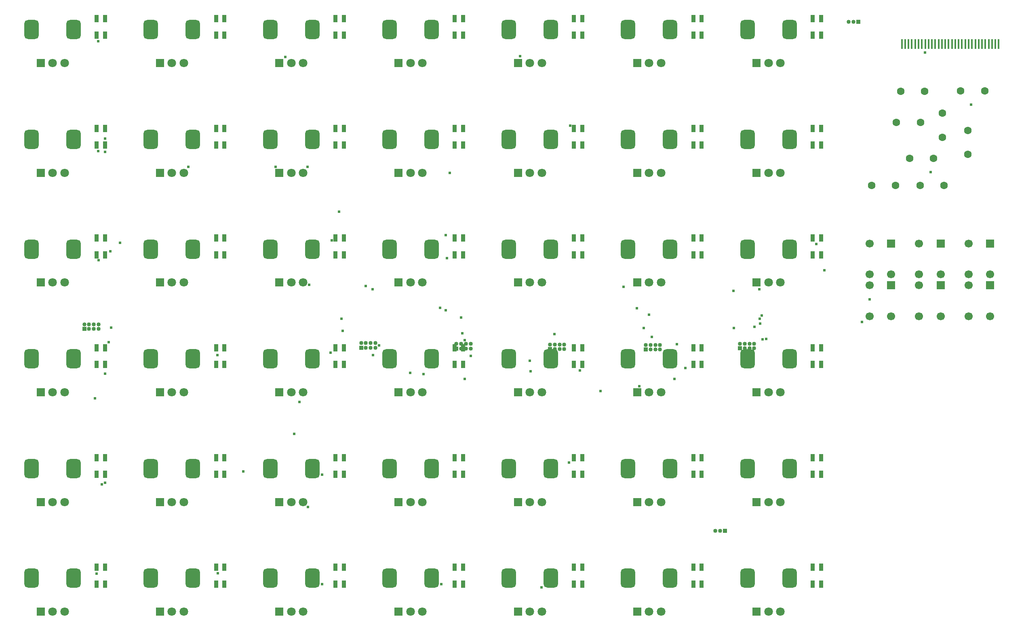
<source format=gts>
G04 Layer: TopSolderMaskLayer*
G04 EasyEDA Pro v2.2.35.2, 2025-01-22 11:24:46*
G04 Gerber Generator version 0.3*
G04 Scale: 100 percent, Rotated: No, Reflected: No*
G04 Dimensions in millimeters*
G04 Leading zeros omitted, absolute positions, 4 integers and 5 decimals*
%FSLAX45Y45*%
%MOMM*%
%AMRoundRect*1,1,$1,$2,$3*1,1,$1,$4,$5*1,1,$1,0-$2,0-$3*1,1,$1,0-$4,0-$5*20,1,$1,$2,$3,$4,$5,0*20,1,$1,$4,$5,0-$2,0-$3,0*20,1,$1,0-$2,0-$3,0-$4,0-$5,0*20,1,$1,0-$4,0-$5,$2,$3,0*4,1,4,$2,$3,$4,$5,0-$2,0-$3,0-$4,0-$5,$2,$3,0*%
%ADD10R,0.85X1.6*%
%ADD11R,1.8X1.8*%
%ADD12C,1.8*%
%ADD13RoundRect,1.5X-0.75X-1.25X-0.75X1.25*%
%ADD14R,0.4X2.0*%
%ADD15R,0.85X0.85*%
%ADD16C,0.85*%
%ADD17C,1.6024*%
%ADD18C,1.6*%
%ADD19C,1.7*%
%ADD20R,1.7X1.7*%
%ADD21R,0.85X0.85*%
%ADD22C,0.61*%
G75*


G04 Pad Start*
G54D10*
G01X10609000Y-5208200D03*
G01X10434000Y-5208200D03*
G01X10434000Y-5558200D03*
G01X10609000Y-5558200D03*
G54D11*
G01X14258500Y-8438200D03*
G54D12*
G01X14508500Y-8438200D03*
G01X14758500Y-8438200D03*
G54D13*
G01X14948500Y-7738200D03*
G01X14068500Y-7738200D03*
G54D11*
G01X19258500Y-10738200D03*
G54D12*
G01X19508500Y-10738200D03*
G01X19758500Y-10738200D03*
G54D13*
G01X19948500Y-10038200D03*
G01X19068500Y-10038200D03*
G54D14*
G01X22302200Y-3441700D03*
G01X22372200Y-3441700D03*
G01X22442200Y-3441700D03*
G01X22512200Y-3441700D03*
G01X22582200Y-3441700D03*
G01X22652200Y-3441700D03*
G01X22722200Y-3441700D03*
G01X22792200Y-3441700D03*
G01X22862200Y-3441700D03*
G01X22932200Y-3441700D03*
G01X23002200Y-3441700D03*
G01X23072200Y-3441700D03*
G01X23142200Y-3441700D03*
G01X23212200Y-3441700D03*
G01X23282200Y-3441700D03*
G01X23352200Y-3441700D03*
G01X23422200Y-3441700D03*
G01X23492200Y-3441700D03*
G01X23562200Y-3441700D03*
G01X23632200Y-3441700D03*
G01X23702200Y-3441700D03*
G01X23772200Y-3441700D03*
G01X23842200Y-3441700D03*
G01X23912200Y-3441700D03*
G01X23982200Y-3441700D03*
G01X24052200Y-3441700D03*
G01X24122200Y-3441700D03*
G01X24192200Y-3441700D03*
G01X24262200Y-3441700D03*
G01X24332200Y-3441700D03*
G54D10*
G01X15609000Y-2908200D03*
G01X15434000Y-2908200D03*
G01X15434000Y-3258200D03*
G01X15609000Y-3258200D03*
G54D11*
G01X9258500Y-3838200D03*
G54D12*
G01X9508500Y-3838200D03*
G01X9758500Y-3838200D03*
G54D13*
G01X9948500Y-3138200D03*
G01X9068500Y-3138200D03*
G54D11*
G01X11758500Y-10738200D03*
G54D12*
G01X12008500Y-10738200D03*
G01X12258500Y-10738200D03*
G54D13*
G01X12448500Y-10038200D03*
G01X11568500Y-10038200D03*
G54D10*
G01X8109000Y-2908200D03*
G01X7934000Y-2908200D03*
G01X7934000Y-3258200D03*
G01X8109000Y-3258200D03*
G54D11*
G01X6758500Y-3838200D03*
G54D12*
G01X7008500Y-3838200D03*
G01X7258500Y-3838200D03*
G54D13*
G01X7448500Y-3138200D03*
G01X6568500Y-3138200D03*
G54D10*
G01X8109000Y-7508200D03*
G01X7934000Y-7508200D03*
G01X7934000Y-7858200D03*
G01X8109000Y-7858200D03*
G01X20609000Y-2908200D03*
G01X20434000Y-2908200D03*
G01X20434000Y-3258200D03*
G01X20609000Y-3258200D03*
G54D11*
G01X4258500Y-3838200D03*
G54D12*
G01X4508500Y-3838200D03*
G01X4758500Y-3838200D03*
G54D13*
G01X4948500Y-3138200D03*
G01X4068500Y-3138200D03*
G54D10*
G01X8109000Y-14408200D03*
G01X7934000Y-14408200D03*
G01X7934000Y-14758200D03*
G01X8109000Y-14758200D03*
G54D15*
G01X10973500Y-9808433D03*
G54D16*
G01X10973500Y-9708433D03*
G01X11073500Y-9808433D03*
G01X11073500Y-9708433D03*
G01X11173500Y-9808433D03*
G01X11173500Y-9708433D03*
G01X11273500Y-9808433D03*
G01X11273500Y-9708433D03*
G54D10*
G01X18109000Y-7508200D03*
G01X17934000Y-7508200D03*
G01X17934000Y-7858200D03*
G01X18109000Y-7858200D03*
G01X5609000Y-12108200D03*
G01X5434000Y-12108200D03*
G01X5434000Y-12458200D03*
G01X5609000Y-12458200D03*
G01X15609000Y-9808200D03*
G01X15434000Y-9808200D03*
G01X15434000Y-10158200D03*
G01X15609000Y-10158200D03*
G54D11*
G01X11758500Y-8438200D03*
G54D12*
G01X12008500Y-8438200D03*
G01X12258500Y-8438200D03*
G54D13*
G01X12448500Y-7738200D03*
G01X11568500Y-7738200D03*
G54D11*
G01X16758500Y-15338200D03*
G54D12*
G01X17008500Y-15338200D03*
G01X17258500Y-15338200D03*
G54D13*
G01X17448500Y-14638200D03*
G01X16568500Y-14638200D03*
G54D10*
G01X18109000Y-14408200D03*
G01X17934000Y-14408200D03*
G01X17934000Y-14758200D03*
G01X18109000Y-14758200D03*
G54D11*
G01X16758500Y-13038200D03*
G54D12*
G01X17008500Y-13038200D03*
G01X17258500Y-13038200D03*
G54D13*
G01X17448500Y-12338200D03*
G01X16568500Y-12338200D03*
G54D10*
G01X18109000Y-9808200D03*
G01X17934000Y-9808200D03*
G01X17934000Y-10158200D03*
G01X18109000Y-10158200D03*
G54D11*
G01X4258500Y-15338200D03*
G54D12*
G01X4508500Y-15338200D03*
G01X4758500Y-15338200D03*
G54D13*
G01X4948500Y-14638200D03*
G01X4068500Y-14638200D03*
G54D18*
G01X22682200Y-6400800D03*
G01X23182200Y-6400800D03*
G54D11*
G01X4258500Y-8438200D03*
G54D12*
G01X4508500Y-8438200D03*
G01X4758500Y-8438200D03*
G54D13*
G01X4948500Y-7738200D03*
G01X4068500Y-7738200D03*
G54D10*
G01X5609000Y-7508200D03*
G01X5434000Y-7508200D03*
G01X5434000Y-7858200D03*
G01X5609000Y-7858200D03*
G01X15609000Y-12108200D03*
G01X15434000Y-12108200D03*
G01X15434000Y-12458200D03*
G01X15609000Y-12458200D03*
G01X13109000Y-2908200D03*
G01X12934000Y-2908200D03*
G01X12934000Y-3258200D03*
G01X13109000Y-3258200D03*
G54D18*
G01X23152100Y-5397500D03*
G01X23152100Y-4889500D03*
G54D11*
G01X6758500Y-13038200D03*
G54D12*
G01X7008500Y-13038200D03*
G01X7258500Y-13038200D03*
G54D13*
G01X7448500Y-12338200D03*
G01X6568500Y-12338200D03*
G54D10*
G01X10609000Y-7508200D03*
G01X10434000Y-7508200D03*
G01X10434000Y-7858200D03*
G01X10609000Y-7858200D03*
G54D11*
G01X16758500Y-3838200D03*
G54D12*
G01X17008500Y-3838200D03*
G01X17258500Y-3838200D03*
G54D13*
G01X17448500Y-3138200D03*
G01X16568500Y-3138200D03*
G54D10*
G01X20609000Y-14408200D03*
G01X20434000Y-14408200D03*
G01X20434000Y-14758200D03*
G01X20609000Y-14758200D03*
G54D19*
G01X24152500Y-9146200D03*
G54D20*
G01X24152500Y-8496200D03*
G54D19*
G01X23702500Y-8496200D03*
G01X23702500Y-9146200D03*
G54D10*
G01X20609000Y-7508200D03*
G01X20434000Y-7508200D03*
G01X20434000Y-7858200D03*
G01X20609000Y-7858200D03*
G54D15*
G01X14930500Y-9837200D03*
G54D16*
G01X14930500Y-9737200D03*
G01X15030500Y-9837200D03*
G01X15030500Y-9737200D03*
G01X15130500Y-9837200D03*
G01X15130500Y-9737200D03*
G01X15230500Y-9837200D03*
G01X15230500Y-9737200D03*
G54D11*
G01X9258500Y-10738200D03*
G54D12*
G01X9508500Y-10738200D03*
G01X9758500Y-10738200D03*
G54D13*
G01X9948500Y-10038200D03*
G01X9068500Y-10038200D03*
G54D10*
G01X20609000Y-12108200D03*
G01X20434000Y-12108200D03*
G01X20434000Y-12458200D03*
G01X20609000Y-12458200D03*
G54D11*
G01X4258500Y-6138200D03*
G54D12*
G01X4508500Y-6138200D03*
G01X4758500Y-6138200D03*
G54D13*
G01X4948500Y-5438200D03*
G01X4068500Y-5438200D03*
G54D18*
G01X22186900Y-5080000D03*
G01X22694900Y-5080000D03*
G54D10*
G01X5609000Y-5208200D03*
G01X5434000Y-5208200D03*
G01X5434000Y-5558200D03*
G01X5609000Y-5558200D03*
G54D11*
G01X16758500Y-8438200D03*
G54D12*
G01X17008500Y-8438200D03*
G01X17258500Y-8438200D03*
G54D13*
G01X17448500Y-7738200D03*
G01X16568500Y-7738200D03*
G54D11*
G01X19258500Y-3838200D03*
G54D12*
G01X19508500Y-3838200D03*
G01X19758500Y-3838200D03*
G54D13*
G01X19948500Y-3138200D03*
G01X19068500Y-3138200D03*
G54D10*
G01X10609000Y-14408200D03*
G01X10434000Y-14408200D03*
G01X10434000Y-14758200D03*
G01X10609000Y-14758200D03*
G54D11*
G01X14258500Y-15338200D03*
G54D12*
G01X14508500Y-15338200D03*
G01X14758500Y-15338200D03*
G54D13*
G01X14948500Y-14638200D03*
G01X14068500Y-14638200D03*
G54D11*
G01X11758500Y-15338200D03*
G54D12*
G01X12008500Y-15338200D03*
G01X12258500Y-15338200D03*
G54D13*
G01X12448500Y-14638200D03*
G01X11568500Y-14638200D03*
G54D11*
G01X11758500Y-3838200D03*
G54D12*
G01X12008500Y-3838200D03*
G01X12258500Y-3838200D03*
G54D13*
G01X12448500Y-3138200D03*
G01X11568500Y-3138200D03*
G54D10*
G01X20609000Y-5208200D03*
G01X20434000Y-5208200D03*
G01X20434000Y-5558200D03*
G01X20609000Y-5558200D03*
G01X20609000Y-9808200D03*
G01X20434000Y-9808200D03*
G01X20434000Y-10158200D03*
G01X20609000Y-10158200D03*
G54D19*
G01X23114000Y-9146200D03*
G54D20*
G01X23114000Y-8496200D03*
G54D19*
G01X22664000Y-8496200D03*
G01X22664000Y-9146200D03*
G54D15*
G01X12970500Y-9824700D03*
G54D16*
G01X12970500Y-9724700D03*
G01X13070500Y-9824700D03*
G01X13070500Y-9724700D03*
G01X13170500Y-9824700D03*
G01X13170500Y-9724700D03*
G01X13270500Y-9824700D03*
G01X13270500Y-9724700D03*
G54D11*
G01X16758500Y-10738200D03*
G54D12*
G01X17008500Y-10738200D03*
G01X17258500Y-10738200D03*
G54D13*
G01X17448500Y-10038200D03*
G01X16568500Y-10038200D03*
G54D10*
G01X13109000Y-7508200D03*
G01X12934000Y-7508200D03*
G01X12934000Y-7858200D03*
G01X13109000Y-7858200D03*
G54D11*
G01X4258500Y-13038200D03*
G54D12*
G01X4508500Y-13038200D03*
G01X4758500Y-13038200D03*
G54D13*
G01X4948500Y-12338200D03*
G01X4068500Y-12338200D03*
G54D15*
G01X18909250Y-9820088D03*
G54D16*
G01X18909250Y-9720088D03*
G01X19009250Y-9820088D03*
G01X19009250Y-9720088D03*
G01X19109250Y-9820088D03*
G01X19109250Y-9720088D03*
G01X19209250Y-9820088D03*
G01X19209250Y-9720088D03*
G54D11*
G01X9258500Y-8438200D03*
G54D12*
G01X9508500Y-8438200D03*
G01X9758500Y-8438200D03*
G54D13*
G01X9948500Y-7738200D03*
G01X9068500Y-7738200D03*
G54D11*
G01X6758500Y-8438200D03*
G54D12*
G01X7008500Y-8438200D03*
G01X7258500Y-8438200D03*
G54D13*
G01X7448500Y-7738200D03*
G01X6568500Y-7738200D03*
G54D21*
G01X18593500Y-13647200D03*
G54D16*
G01X18493500Y-13647200D03*
G01X18393500Y-13647200D03*
G54D10*
G01X13109000Y-5208200D03*
G01X12934000Y-5208200D03*
G01X12934000Y-5558200D03*
G01X13109000Y-5558200D03*
G01X10609000Y-2908200D03*
G01X10434000Y-2908200D03*
G01X10434000Y-3258200D03*
G01X10609000Y-3258200D03*
G01X5609000Y-2908200D03*
G01X5434000Y-2908200D03*
G01X5434000Y-3258200D03*
G01X5609000Y-3258200D03*
G01X18109000Y-12108200D03*
G01X17934000Y-12108200D03*
G01X17934000Y-12458200D03*
G01X18109000Y-12458200D03*
G01X13109000Y-12108200D03*
G01X12934000Y-12108200D03*
G01X12934000Y-12458200D03*
G01X13109000Y-12458200D03*
G01X13109000Y-14408200D03*
G01X12934000Y-14408200D03*
G01X12934000Y-14758200D03*
G01X13109000Y-14758200D03*
G54D11*
G01X19258500Y-6138200D03*
G54D12*
G01X19508500Y-6138200D03*
G01X19758500Y-6138200D03*
G54D13*
G01X19948500Y-5438200D03*
G01X19068500Y-5438200D03*
G54D11*
G01X14258500Y-3838200D03*
G54D12*
G01X14508500Y-3838200D03*
G01X14758500Y-3838200D03*
G54D13*
G01X14948500Y-3138200D03*
G01X14068500Y-3138200D03*
G54D10*
G01X18109000Y-5208200D03*
G01X17934000Y-5208200D03*
G01X17934000Y-5558200D03*
G01X18109000Y-5558200D03*
G01X8109000Y-5208200D03*
G01X7934000Y-5208200D03*
G01X7934000Y-5558200D03*
G01X8109000Y-5558200D03*
G54D19*
G01X22075500Y-9146200D03*
G54D20*
G01X22075500Y-8496200D03*
G54D19*
G01X21625500Y-8496200D03*
G01X21625500Y-9146200D03*
G54D10*
G01X13109000Y-9808200D03*
G01X12934000Y-9808200D03*
G01X12934000Y-10158200D03*
G01X13109000Y-10158200D03*
G54D19*
G01X24152500Y-8270000D03*
G54D20*
G01X24152500Y-7620000D03*
G54D19*
G01X23702500Y-7620000D03*
G01X23702500Y-8270000D03*
G54D11*
G01X19258500Y-15338200D03*
G54D12*
G01X19508500Y-15338200D03*
G01X19758500Y-15338200D03*
G54D13*
G01X19948500Y-14638200D03*
G01X19068500Y-14638200D03*
G54D11*
G01X19258500Y-8438200D03*
G54D12*
G01X19508500Y-8438200D03*
G01X19758500Y-8438200D03*
G54D13*
G01X19948500Y-7738200D03*
G01X19068500Y-7738200D03*
G54D11*
G01X6758500Y-6138200D03*
G54D12*
G01X7008500Y-6138200D03*
G01X7258500Y-6138200D03*
G54D13*
G01X7448500Y-5438200D03*
G01X6568500Y-5438200D03*
G54D11*
G01X6758500Y-15338200D03*
G54D12*
G01X7008500Y-15338200D03*
G01X7258500Y-15338200D03*
G54D13*
G01X7448500Y-14638200D03*
G01X6568500Y-14638200D03*
G54D19*
G01X23114000Y-8270000D03*
G54D20*
G01X23114000Y-7620000D03*
G54D19*
G01X22664000Y-7620000D03*
G01X22664000Y-8270000D03*
G54D10*
G01X5609000Y-14408200D03*
G01X5434000Y-14408200D03*
G01X5434000Y-14758200D03*
G01X5609000Y-14758200D03*
G54D11*
G01X19258500Y-13038200D03*
G54D12*
G01X19508500Y-13038200D03*
G01X19758500Y-13038200D03*
G54D13*
G01X19948500Y-12338200D03*
G01X19068500Y-12338200D03*
G54D18*
G01X23533100Y-4419600D03*
G01X24041100Y-4419600D03*
G54D10*
G01X15609000Y-7508200D03*
G01X15434000Y-7508200D03*
G01X15434000Y-7858200D03*
G01X15609000Y-7858200D03*
G01X15609000Y-5208200D03*
G01X15434000Y-5208200D03*
G01X15434000Y-5558200D03*
G01X15609000Y-5558200D03*
G54D15*
G01X5173500Y-9413200D03*
G54D16*
G01X5173500Y-9313200D03*
G01X5273500Y-9413200D03*
G01X5273500Y-9313200D03*
G01X5373500Y-9413200D03*
G01X5373500Y-9313200D03*
G01X5473500Y-9413200D03*
G01X5473500Y-9313200D03*
G54D10*
G01X18109000Y-2908200D03*
G01X17934000Y-2908200D03*
G01X17934000Y-3258200D03*
G01X18109000Y-3258200D03*
G54D11*
G01X14258500Y-6138200D03*
G54D12*
G01X14508500Y-6138200D03*
G01X14758500Y-6138200D03*
G54D13*
G01X14948500Y-5438200D03*
G01X14068500Y-5438200D03*
G54D18*
G01X22964200Y-5839300D03*
G01X22464200Y-5839300D03*
G01X22275800Y-4432300D03*
G01X22775800Y-4432300D03*
G01X21666200Y-6400800D03*
G01X22166200Y-6400800D03*
G54D11*
G01X9258500Y-6138200D03*
G54D12*
G01X9508500Y-6138200D03*
G01X9758500Y-6138200D03*
G54D13*
G01X9948500Y-5438200D03*
G01X9068500Y-5438200D03*
G54D10*
G01X10609000Y-9808200D03*
G01X10434000Y-9808200D03*
G01X10434000Y-10158200D03*
G01X10609000Y-10158200D03*
G54D11*
G01X14258500Y-10738200D03*
G54D12*
G01X14508500Y-10738200D03*
G01X14758500Y-10738200D03*
G54D13*
G01X14948500Y-10038200D03*
G01X14068500Y-10038200D03*
G54D21*
G01X21387500Y-2979200D03*
G54D16*
G01X21287500Y-2979200D03*
G01X21187500Y-2979200D03*
G54D11*
G01X9258500Y-15338200D03*
G54D12*
G01X9508500Y-15338200D03*
G01X9758500Y-15338200D03*
G54D13*
G01X9948500Y-14638200D03*
G01X9068500Y-14638200D03*
G54D11*
G01X6758500Y-10738200D03*
G54D12*
G01X7008500Y-10738200D03*
G01X7258500Y-10738200D03*
G54D13*
G01X7448500Y-10038200D03*
G01X6568500Y-10038200D03*
G54D11*
G01X11758500Y-13038200D03*
G54D12*
G01X12008500Y-13038200D03*
G01X12258500Y-13038200D03*
G54D13*
G01X12448500Y-12338200D03*
G01X11568500Y-12338200D03*
G54D19*
G01X22075500Y-8270000D03*
G54D20*
G01X22075500Y-7620000D03*
G54D19*
G01X21625500Y-7620000D03*
G01X21625500Y-8270000D03*
G54D10*
G01X15609000Y-14408200D03*
G01X15434000Y-14408200D03*
G01X15434000Y-14758200D03*
G01X15609000Y-14758200D03*
G54D11*
G01X14258500Y-13038200D03*
G54D12*
G01X14508500Y-13038200D03*
G01X14758500Y-13038200D03*
G54D13*
G01X14948500Y-12338200D03*
G01X14068500Y-12338200D03*
G54D11*
G01X11758500Y-6138200D03*
G54D12*
G01X12008500Y-6138200D03*
G01X12258500Y-6138200D03*
G54D13*
G01X12448500Y-5438200D03*
G01X11568500Y-5438200D03*
G54D10*
G01X8109000Y-12108200D03*
G01X7934000Y-12108200D03*
G01X7934000Y-12458200D03*
G01X8109000Y-12458200D03*
G01X5609000Y-9808200D03*
G01X5434000Y-9808200D03*
G01X5434000Y-10158200D03*
G01X5609000Y-10158200D03*
G54D15*
G01X16937250Y-9845950D03*
G54D16*
G01X16937250Y-9745950D03*
G01X17037250Y-9845950D03*
G01X17037250Y-9745950D03*
G01X17137250Y-9845950D03*
G01X17137250Y-9745950D03*
G01X17237250Y-9845950D03*
G01X17237250Y-9745950D03*
G54D10*
G01X10609000Y-12108200D03*
G01X10434000Y-12108200D03*
G01X10434000Y-12458200D03*
G01X10609000Y-12458200D03*
G01X8109000Y-9808200D03*
G01X7934000Y-9808200D03*
G01X7934000Y-10158200D03*
G01X8109000Y-10158200D03*
G54D18*
G01X23685500Y-5753100D03*
G01X23685500Y-5253100D03*
G54D11*
G01X4258500Y-10738200D03*
G54D12*
G01X4508500Y-10738200D03*
G01X4758500Y-10738200D03*
G54D13*
G01X4948500Y-10038200D03*
G01X4068500Y-10038200D03*
G54D11*
G01X16758500Y-6138200D03*
G54D12*
G01X17008500Y-6138200D03*
G01X17258500Y-6138200D03*
G54D13*
G01X17448500Y-5438200D03*
G01X16568500Y-5438200D03*
G54D11*
G01X9258500Y-13038200D03*
G54D12*
G01X9508500Y-13038200D03*
G01X9758500Y-13038200D03*
G54D13*
G01X9948500Y-12338200D03*
G01X9068500Y-12338200D03*
G04 Pad End*

G04 Via Start*
G54D22*
G01X22786000Y-3619500D03*
G01X20675600Y-8178800D03*
G01X9849800Y-6015400D03*
G01X9182300Y-6011200D03*
G01X7349800Y-6015400D03*
G01X5463100Y-5681000D03*
G01X10510200Y-6955200D03*
G01X5470200Y-7971200D03*
G01X15561000Y-10285200D03*
G01X16805600Y-10615400D03*
G01X22902800Y-6121400D03*
G01X15992800Y-10717000D03*
G01X5426900Y-14536800D03*
G01X9385500Y-3711200D03*
G01X5463100Y-3381000D03*
G01X20510200Y-7629600D03*
G01X5397500Y-10867800D03*
G01X18774900Y-8610600D03*
G01X12628100Y-8966200D03*
G01X11072500Y-8511800D03*
G01X11351900Y-9756400D03*
G01X10565500Y-9200433D03*
G01X10589300Y-9452833D03*
G01X11222700Y-9960833D03*
G01X9571700Y-11611833D03*
G01X8504900Y-12399233D03*
G01X12746700Y-9022633D03*
G01X19321867Y-9197000D03*
G01X13064500Y-9172200D03*
G01X13089900Y-9502400D03*
G01X13145100Y-9648500D03*
G01X11214700Y-8581700D03*
G01X11997700Y-10331800D03*
G01X12277100Y-10357200D03*
G01X13140700Y-10458800D03*
G01X13267700Y-9976200D03*
G01X15023100Y-9521500D03*
G01X16470900Y-8530900D03*
G01X19315700Y-8581700D03*
G01X14524100Y-10296000D03*
G01X14508500Y-10081400D03*
G01X12826900Y-6138200D03*
G01X16754500Y-8975200D03*
G01X19370700Y-9127600D03*
G01X17008500Y-9114300D03*
G01X17064250Y-9576250D03*
G01X16896100Y-9389400D03*
G01X17586900Y-9728200D03*
G01X18782250Y-9390450D03*
G01X19214050Y-9364488D03*
G01X19336250Y-9299200D03*
G01X19387050Y-9629400D03*
G01X19463250Y-9618488D03*
G01X21469850Y-9262888D03*
G01X21625500Y-8790600D03*
G01X10357800Y-7559000D03*
G01X9885500Y-8489000D03*
G01X10332400Y-9909800D03*
G01X9682300Y-10941400D03*
G01X10154600Y-12463800D03*
G01X9860100Y-13139800D03*
G01X10154600Y-14763800D03*
G01X12745400Y-7448700D03*
G01X12654600Y-14763800D03*
G01X14305600Y-3696100D03*
G01X15357800Y-5148700D03*
G01X12770800Y-7931300D03*
G01X15332400Y-12209800D03*
G01X14752000Y-14831300D03*
G01X17537900Y-10458800D03*
G01X17766500Y-10230200D03*
G01X7959400Y-9960600D03*
G01X7970200Y-14535200D03*
G01X5537200Y-12668600D03*
G01X23753700Y-4707000D03*
G01X5924600Y-7609800D03*
G01X5721400Y-7787600D03*
G01X5609000Y-10350000D03*
G01X5736000Y-9384800D03*
G01X5609000Y-5701800D03*
G01X5609000Y-5422400D03*
G01X5685200Y-9692600D03*
G01X5609000Y-12639000D03*
G04 Via End*

M02*


</source>
